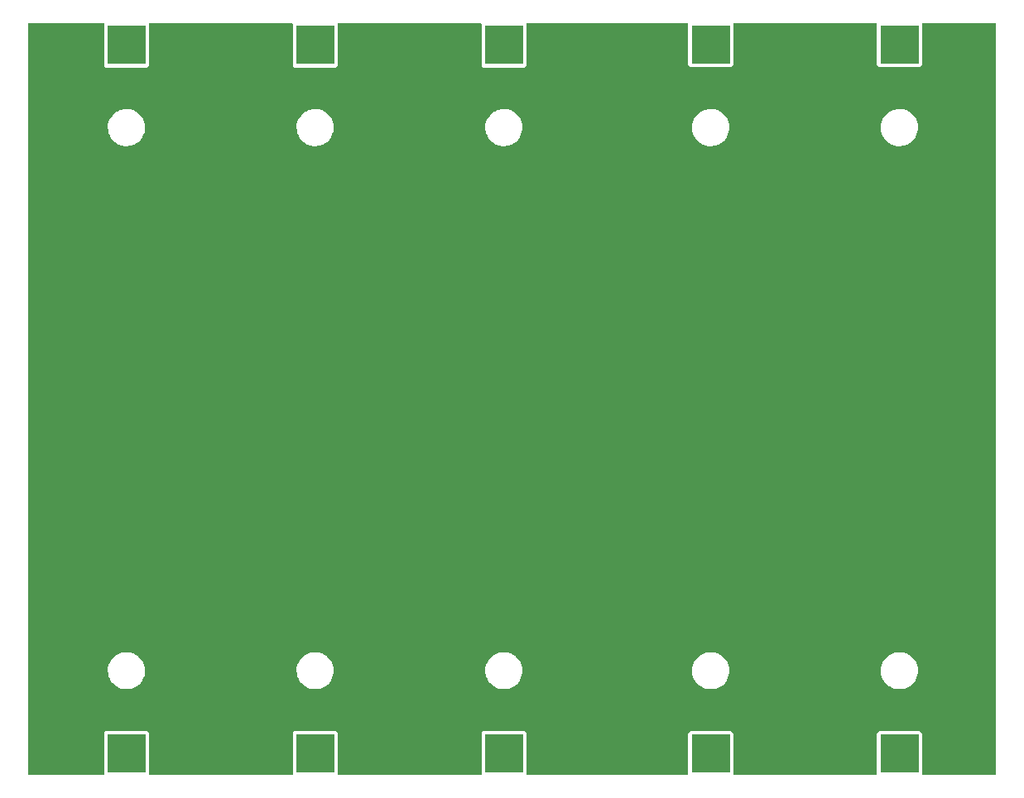
<source format=gbr>
%TF.GenerationSoftware,KiCad,Pcbnew,6.0.11+dfsg-1~bpo11+1*%
%TF.CreationDate,2023-03-28T16:47:10+00:00*%
%TF.ProjectId,UST5BATT18650V01,55535435-4241-4545-9431-383635305630,rev?*%
%TF.SameCoordinates,PX463f660PY87a6900*%
%TF.FileFunction,Copper,L1,Top*%
%TF.FilePolarity,Positive*%
%FSLAX46Y46*%
G04 Gerber Fmt 4.6, Leading zero omitted, Abs format (unit mm)*
G04 Created by KiCad (PCBNEW 6.0.11+dfsg-1~bpo11+1) date 2023-03-28 16:47:10*
%MOMM*%
%LPD*%
G01*
G04 APERTURE LIST*
%TA.AperFunction,ComponentPad*%
%ADD10R,4.000000X4.000000*%
%TD*%
%TA.AperFunction,ComponentPad*%
%ADD11C,0.600000*%
%TD*%
%TA.AperFunction,SMDPad,CuDef*%
%ADD12R,2.300000X2.300000*%
%TD*%
%TA.AperFunction,ViaPad*%
%ADD13C,0.800000*%
%TD*%
G04 APERTURE END LIST*
D10*
%TO.P,BT2,1+,+*%
%TO.N,Net-(BT2-Pad1+)*%
X10545000Y2750000D03*
%TO.P,BT2,1-,-*%
%TO.N,Net-(BT2-Pad1-)*%
X10545000Y75250000D03*
%TO.P,BT2,2+,+*%
%TO.N,Net-(BT2-Pad2+)*%
X29845000Y2750000D03*
%TO.P,BT2,2-,-*%
%TO.N,Net-(BT2-Pad2-)*%
X29845000Y75250000D03*
%TO.P,BT2,3+,+*%
%TO.N,Net-(BT2-Pad3+)*%
X49145000Y2750000D03*
%TO.P,BT2,3-,-*%
%TO.N,Net-(BT2-Pad3-)*%
X49145000Y75250000D03*
%TD*%
%TO.P,BT1,1+,+*%
%TO.N,Net-(BT1-Pad1+)*%
X70300000Y2700000D03*
%TO.P,BT1,1-,-*%
%TO.N,Net-(BT1-Pad1-)*%
X70300000Y75300000D03*
%TO.P,BT1,2+,+*%
%TO.N,Net-(BT1-Pad2+)*%
X89600000Y2700000D03*
%TO.P,BT1,2-,-*%
%TO.N,Net-(BT1-Pad2-)*%
X89600000Y75300000D03*
%TD*%
D11*
%TO.P,X1,11,PGND*%
%TO.N,GND*%
X78978000Y22655000D03*
X79478000Y23155000D03*
D12*
X78978000Y22654000D03*
D11*
X78478000Y22155000D03*
X79478000Y22155000D03*
X78478000Y23155000D03*
%TD*%
D13*
%TO.N,GND*%
X83566000Y22225000D03*
X28725090Y71628000D03*
X27305000Y70358000D03*
X85471000Y23114000D03*
X87733905Y42164000D03*
X44692455Y13716000D03*
X56919090Y13716000D03*
X73533000Y21844000D03*
X84455000Y28448000D03*
X87376000Y23114000D03*
X89858265Y71628000D03*
X34751820Y42164000D03*
X76390500Y22733000D03*
X95885005Y42164000D03*
X83947000Y17526000D03*
X16163640Y13716000D03*
X18449640Y42164000D03*
X61329450Y71628000D03*
X82613500Y22225000D03*
X78359000Y33909000D03*
X87376000Y22225000D03*
X73914000Y33020000D03*
X88328500Y23114000D03*
X51054000Y42164000D03*
X83185000Y18288000D03*
X74168000Y1143000D03*
X23495000Y2032000D03*
X74485500Y20955000D03*
X71431725Y42164000D03*
X80518000Y19812000D03*
X32465820Y13716000D03*
X74485500Y21844000D03*
X81788000Y33655000D03*
X63436500Y2032000D03*
X83693000Y27686000D03*
X20574000Y2032000D03*
X81407000Y25400000D03*
X89523450Y13716000D03*
X81661000Y23114000D03*
X76390500Y20955000D03*
X44704000Y2032000D03*
X97674550Y13716000D03*
X94869000Y52070000D03*
X83566000Y15494000D03*
X12088095Y13716000D03*
X82550000Y17526000D03*
X89281000Y22225000D03*
X82677000Y27813000D03*
X73914000Y35052000D03*
X80391000Y25400000D03*
X90233500Y22225000D03*
X75507270Y42164000D03*
X83693000Y30861000D03*
X73221270Y13716000D03*
X86423500Y22225000D03*
X97028000Y57023000D03*
X55129545Y42164000D03*
X73914000Y34036000D03*
X66802000Y2032000D03*
X82550000Y16510000D03*
X82677000Y32893000D03*
X49102815Y71628000D03*
X82169000Y26162000D03*
X8012550Y13716000D03*
X80899000Y71628000D03*
X81534000Y19812000D03*
X69145725Y13716000D03*
X73914000Y32004000D03*
X83566000Y23114000D03*
X30676275Y42164000D03*
X83566000Y16510000D03*
X94869000Y48387000D03*
X42902910Y42164000D03*
X53178360Y71628000D03*
X73533000Y22733000D03*
X84518500Y22225000D03*
X84709000Y16764000D03*
X84518500Y23114000D03*
X82931000Y26924000D03*
X40616910Y13716000D03*
X82677000Y29845000D03*
X85471000Y22225000D03*
X73787000Y29972000D03*
X98679000Y60579000D03*
X26416000Y2032000D03*
X96520000Y2032000D03*
X41846500Y2032000D03*
X53340000Y1270000D03*
X63280635Y42164000D03*
X75438000Y22733000D03*
X94166000Y13716000D03*
X93933820Y71628000D03*
X36876180Y71628000D03*
X75438000Y20955000D03*
X98679000Y57023000D03*
X88266000Y71642000D03*
X91809450Y42164000D03*
X77851000Y1143000D03*
X36541365Y13716000D03*
X83693000Y29845000D03*
X10298550Y42164000D03*
X90233500Y23114000D03*
X52843545Y13716000D03*
X59205090Y42164000D03*
X17653000Y1270000D03*
X82677000Y30861000D03*
X75438000Y21844000D03*
X73556085Y71628000D03*
X46978455Y42164000D03*
X81661000Y22225000D03*
X65070180Y13716000D03*
X20574000Y71628000D03*
X60994635Y13716000D03*
X60071000Y2032000D03*
X14374095Y42164000D03*
X82677000Y28829000D03*
X82550000Y15494000D03*
X57253905Y71628000D03*
X61976000Y69469000D03*
X85447905Y13716000D03*
X96266000Y52070000D03*
X14859000Y1270000D03*
X48768000Y13716000D03*
X36195000Y1270000D03*
X86423500Y23114000D03*
X83693000Y31877000D03*
X40513000Y71628000D03*
X32800635Y71628000D03*
X24314730Y13716000D03*
X77296815Y13716000D03*
X20239185Y13716000D03*
X33274000Y1270000D03*
X69480540Y71628000D03*
X18923000Y70358000D03*
X56642000Y1270000D03*
X96266000Y48387000D03*
X82423000Y19050000D03*
X6223005Y42164000D03*
X93218000Y2032000D03*
X80645000Y33655000D03*
X73787000Y27940000D03*
X38989000Y2032000D03*
X38827365Y42164000D03*
X22525185Y42164000D03*
X82613500Y23114000D03*
X97028000Y60579000D03*
X81372360Y13716000D03*
X26600730Y42164000D03*
X46866000Y71642000D03*
X81661000Y1143000D03*
X76390500Y21844000D03*
X89281000Y23114000D03*
X4271820Y71628000D03*
X67356180Y42164000D03*
X73533000Y20955000D03*
X28390275Y13716000D03*
X88328500Y22225000D03*
X83693000Y32893000D03*
X73787000Y28956000D03*
X85344000Y1143000D03*
X77631630Y71628000D03*
X8347365Y71628000D03*
X83693000Y28829000D03*
X82677000Y31877000D03*
X74485500Y22733000D03*
X73787000Y30988000D03*
X12422910Y71628000D03*
%TD*%
%TA.AperFunction,Conductor*%
%TO.N,GND*%
G36*
X8232886Y77480593D02*
G01*
X8268850Y77431093D01*
X8268850Y77369907D01*
X8265241Y77360470D01*
X8258245Y77344646D01*
X8247494Y77320327D01*
X8244500Y77294646D01*
X8244500Y73205354D01*
X8247618Y73179154D01*
X8293061Y73076847D01*
X8372287Y72997759D01*
X8380645Y72994064D01*
X8467864Y72955504D01*
X8467866Y72955504D01*
X8474673Y72952494D01*
X8482067Y72951632D01*
X8497378Y72949847D01*
X8500354Y72949500D01*
X12589646Y72949500D01*
X12607561Y72951632D01*
X12608469Y72951740D01*
X12608470Y72951740D01*
X12615846Y72952618D01*
X12718153Y72998061D01*
X12797241Y73077287D01*
X12810116Y73106409D01*
X12839496Y73172864D01*
X12839496Y73172866D01*
X12842506Y73179673D01*
X12845500Y73205354D01*
X12845500Y77294646D01*
X12842382Y77320846D01*
X12824852Y77360312D01*
X12818509Y77421168D01*
X12849149Y77474129D01*
X12905066Y77498967D01*
X12915328Y77499500D01*
X27474695Y77499500D01*
X27532886Y77480593D01*
X27568850Y77431093D01*
X27568850Y77369907D01*
X27565241Y77360470D01*
X27558245Y77344646D01*
X27547494Y77320327D01*
X27544500Y77294646D01*
X27544500Y73205354D01*
X27547618Y73179154D01*
X27593061Y73076847D01*
X27672287Y72997759D01*
X27680645Y72994064D01*
X27767864Y72955504D01*
X27767866Y72955504D01*
X27774673Y72952494D01*
X27782067Y72951632D01*
X27797378Y72949847D01*
X27800354Y72949500D01*
X31889646Y72949500D01*
X31907561Y72951632D01*
X31908469Y72951740D01*
X31908470Y72951740D01*
X31915846Y72952618D01*
X32018153Y72998061D01*
X32097241Y73077287D01*
X32110116Y73106409D01*
X32139496Y73172864D01*
X32139496Y73172866D01*
X32142506Y73179673D01*
X32145500Y73205354D01*
X32145500Y77294646D01*
X32142382Y77320846D01*
X32124852Y77360312D01*
X32118509Y77421168D01*
X32149149Y77474129D01*
X32205066Y77498967D01*
X32215328Y77499500D01*
X46774695Y77499500D01*
X46832886Y77480593D01*
X46868850Y77431093D01*
X46868850Y77369907D01*
X46865241Y77360470D01*
X46858245Y77344646D01*
X46847494Y77320327D01*
X46844500Y77294646D01*
X46844500Y73205354D01*
X46847618Y73179154D01*
X46893061Y73076847D01*
X46972287Y72997759D01*
X46980645Y72994064D01*
X47067864Y72955504D01*
X47067866Y72955504D01*
X47074673Y72952494D01*
X47082067Y72951632D01*
X47097378Y72949847D01*
X47100354Y72949500D01*
X51189646Y72949500D01*
X51207561Y72951632D01*
X51208469Y72951740D01*
X51208470Y72951740D01*
X51215846Y72952618D01*
X51318153Y72998061D01*
X51397241Y73077287D01*
X51410116Y73106409D01*
X51439496Y73172864D01*
X51439496Y73172866D01*
X51442506Y73179673D01*
X51445500Y73205354D01*
X51445500Y77294646D01*
X51442382Y77320846D01*
X51424852Y77360312D01*
X51418509Y77421168D01*
X51449149Y77474129D01*
X51505066Y77498967D01*
X51515328Y77499500D01*
X67909261Y77499500D01*
X67967452Y77480593D01*
X68003416Y77431093D01*
X68004752Y77375434D01*
X68002494Y77370327D01*
X68001632Y77362931D01*
X68001631Y77362928D01*
X68001326Y77360312D01*
X67999500Y77344646D01*
X67999500Y73255354D01*
X68002618Y73229154D01*
X68048061Y73126847D01*
X68127287Y73047759D01*
X68135645Y73044064D01*
X68222864Y73005504D01*
X68222866Y73005504D01*
X68229673Y73002494D01*
X68237067Y73001632D01*
X68252378Y72999847D01*
X68255354Y72999500D01*
X72344646Y72999500D01*
X72362561Y73001632D01*
X72363469Y73001740D01*
X72363470Y73001740D01*
X72370846Y73002618D01*
X72473153Y73048061D01*
X72552241Y73127287D01*
X72572391Y73172864D01*
X72594496Y73222864D01*
X72594496Y73222866D01*
X72597506Y73229673D01*
X72600500Y73255354D01*
X72600500Y77344646D01*
X72597382Y77370846D01*
X72595347Y77375428D01*
X72598102Y77435383D01*
X72636301Y77483180D01*
X72690753Y77499500D01*
X87209261Y77499500D01*
X87267452Y77480593D01*
X87303416Y77431093D01*
X87304752Y77375434D01*
X87302494Y77370327D01*
X87301632Y77362931D01*
X87301631Y77362928D01*
X87301326Y77360312D01*
X87299500Y77344646D01*
X87299500Y73255354D01*
X87302618Y73229154D01*
X87348061Y73126847D01*
X87427287Y73047759D01*
X87435645Y73044064D01*
X87522864Y73005504D01*
X87522866Y73005504D01*
X87529673Y73002494D01*
X87537067Y73001632D01*
X87552378Y72999847D01*
X87555354Y72999500D01*
X91644646Y72999500D01*
X91662561Y73001632D01*
X91663469Y73001740D01*
X91663470Y73001740D01*
X91670846Y73002618D01*
X91773153Y73048061D01*
X91852241Y73127287D01*
X91872391Y73172864D01*
X91894496Y73222864D01*
X91894496Y73222866D01*
X91897506Y73229673D01*
X91900500Y73255354D01*
X91900500Y77344646D01*
X91897382Y77370846D01*
X91895347Y77375428D01*
X91898102Y77435383D01*
X91936301Y77483180D01*
X91990753Y77499500D01*
X99400500Y77499500D01*
X99458691Y77480593D01*
X99494655Y77431093D01*
X99499500Y77400500D01*
X99499500Y599500D01*
X99480593Y541309D01*
X99431093Y505345D01*
X99400500Y500500D01*
X91990739Y500500D01*
X91932548Y519407D01*
X91896584Y568907D01*
X91895248Y624566D01*
X91897506Y629673D01*
X91898656Y639530D01*
X91900168Y652506D01*
X91900168Y652507D01*
X91900500Y655354D01*
X91900500Y4744646D01*
X91897382Y4770846D01*
X91851939Y4873153D01*
X91772713Y4952241D01*
X91743591Y4965116D01*
X91677136Y4994496D01*
X91677134Y4994496D01*
X91670327Y4997506D01*
X91656322Y4999139D01*
X91647494Y5000168D01*
X91647493Y5000168D01*
X91644646Y5000500D01*
X87555354Y5000500D01*
X87538951Y4998548D01*
X87536531Y4998260D01*
X87536530Y4998260D01*
X87529154Y4997382D01*
X87426847Y4951939D01*
X87347759Y4872713D01*
X87344064Y4864355D01*
X87314505Y4797494D01*
X87302494Y4770327D01*
X87299500Y4744646D01*
X87299500Y655354D01*
X87302618Y629154D01*
X87304653Y624572D01*
X87301898Y564617D01*
X87263699Y516820D01*
X87209247Y500500D01*
X72690739Y500500D01*
X72632548Y519407D01*
X72596584Y568907D01*
X72595248Y624566D01*
X72597506Y629673D01*
X72598656Y639530D01*
X72600168Y652506D01*
X72600168Y652507D01*
X72600500Y655354D01*
X72600500Y4744646D01*
X72597382Y4770846D01*
X72551939Y4873153D01*
X72472713Y4952241D01*
X72443591Y4965116D01*
X72377136Y4994496D01*
X72377134Y4994496D01*
X72370327Y4997506D01*
X72356322Y4999139D01*
X72347494Y5000168D01*
X72347493Y5000168D01*
X72344646Y5000500D01*
X68255354Y5000500D01*
X68238951Y4998548D01*
X68236531Y4998260D01*
X68236530Y4998260D01*
X68229154Y4997382D01*
X68126847Y4951939D01*
X68047759Y4872713D01*
X68044064Y4864355D01*
X68014505Y4797494D01*
X68002494Y4770327D01*
X67999500Y4744646D01*
X67999500Y655354D01*
X68002618Y629154D01*
X68004653Y624572D01*
X68001898Y564617D01*
X67963699Y516820D01*
X67909247Y500500D01*
X51515305Y500500D01*
X51457114Y519407D01*
X51421150Y568907D01*
X51421150Y630093D01*
X51424759Y639530D01*
X51439496Y672864D01*
X51439496Y672866D01*
X51442506Y679673D01*
X51445500Y705354D01*
X51445500Y4794646D01*
X51442382Y4820846D01*
X51396939Y4923153D01*
X51317713Y5002241D01*
X51288591Y5015116D01*
X51222136Y5044496D01*
X51222134Y5044496D01*
X51215327Y5047506D01*
X51201322Y5049139D01*
X51192494Y5050168D01*
X51192493Y5050168D01*
X51189646Y5050500D01*
X47100354Y5050500D01*
X47083951Y5048548D01*
X47081531Y5048260D01*
X47081530Y5048260D01*
X47074154Y5047382D01*
X46971847Y5001939D01*
X46892759Y4922713D01*
X46889064Y4914355D01*
X46873513Y4879179D01*
X46847494Y4820327D01*
X46844500Y4794646D01*
X46844500Y705354D01*
X46847618Y679154D01*
X46850634Y672365D01*
X46865148Y639688D01*
X46871491Y578832D01*
X46840851Y525871D01*
X46784934Y501033D01*
X46774672Y500500D01*
X32215305Y500500D01*
X32157114Y519407D01*
X32121150Y568907D01*
X32121150Y630093D01*
X32124759Y639530D01*
X32139496Y672864D01*
X32139496Y672866D01*
X32142506Y679673D01*
X32145500Y705354D01*
X32145500Y4794646D01*
X32142382Y4820846D01*
X32096939Y4923153D01*
X32017713Y5002241D01*
X31988591Y5015116D01*
X31922136Y5044496D01*
X31922134Y5044496D01*
X31915327Y5047506D01*
X31901322Y5049139D01*
X31892494Y5050168D01*
X31892493Y5050168D01*
X31889646Y5050500D01*
X27800354Y5050500D01*
X27783951Y5048548D01*
X27781531Y5048260D01*
X27781530Y5048260D01*
X27774154Y5047382D01*
X27671847Y5001939D01*
X27592759Y4922713D01*
X27589064Y4914355D01*
X27573513Y4879179D01*
X27547494Y4820327D01*
X27544500Y4794646D01*
X27544500Y705354D01*
X27547618Y679154D01*
X27550634Y672365D01*
X27565148Y639688D01*
X27571491Y578832D01*
X27540851Y525871D01*
X27484934Y501033D01*
X27474672Y500500D01*
X12915305Y500500D01*
X12857114Y519407D01*
X12821150Y568907D01*
X12821150Y630093D01*
X12824759Y639530D01*
X12839496Y672864D01*
X12839496Y672866D01*
X12842506Y679673D01*
X12845500Y705354D01*
X12845500Y4794646D01*
X12842382Y4820846D01*
X12796939Y4923153D01*
X12717713Y5002241D01*
X12688591Y5015116D01*
X12622136Y5044496D01*
X12622134Y5044496D01*
X12615327Y5047506D01*
X12601322Y5049139D01*
X12592494Y5050168D01*
X12592493Y5050168D01*
X12589646Y5050500D01*
X8500354Y5050500D01*
X8483951Y5048548D01*
X8481531Y5048260D01*
X8481530Y5048260D01*
X8474154Y5047382D01*
X8371847Y5001939D01*
X8292759Y4922713D01*
X8289064Y4914355D01*
X8273513Y4879179D01*
X8247494Y4820327D01*
X8244500Y4794646D01*
X8244500Y705354D01*
X8247618Y679154D01*
X8250634Y672365D01*
X8265148Y639688D01*
X8271491Y578832D01*
X8240851Y525871D01*
X8184934Y501033D01*
X8174672Y500500D01*
X599500Y500500D01*
X541309Y519407D01*
X505345Y568907D01*
X500500Y599500D01*
X500500Y11151767D01*
X8639906Y11151767D01*
X8640246Y11148205D01*
X8640246Y11148198D01*
X8658751Y10954252D01*
X8666102Y10877208D01*
X8731657Y10609306D01*
X8835199Y10353674D01*
X8837010Y10350581D01*
X8837011Y10350579D01*
X8839939Y10345579D01*
X8974558Y10115665D01*
X9146816Y9900268D01*
X9348364Y9711992D01*
X9574979Y9554784D01*
X9578184Y9553189D01*
X9578190Y9553186D01*
X9818699Y9433534D01*
X9818704Y9433532D01*
X9821914Y9431935D01*
X9825325Y9430817D01*
X9825327Y9430816D01*
X10080593Y9347136D01*
X10080596Y9347135D01*
X10083998Y9346020D01*
X10355738Y9298838D01*
X10406160Y9296328D01*
X10441644Y9294561D01*
X10441657Y9294561D01*
X10442876Y9294500D01*
X10615070Y9294500D01*
X10820083Y9309375D01*
X10850490Y9316088D01*
X11085904Y9368063D01*
X11085910Y9368065D01*
X11089403Y9368836D01*
X11092752Y9370105D01*
X11092756Y9370106D01*
X11239800Y9425816D01*
X11347319Y9466551D01*
X11576283Y9593729D01*
X11585285Y9598729D01*
X11585287Y9598730D01*
X11588428Y9600475D01*
X11807678Y9767802D01*
X12000477Y9965026D01*
X12104445Y10107862D01*
X12160682Y10185124D01*
X12162787Y10188016D01*
X12291206Y10432101D01*
X12383045Y10692168D01*
X12436380Y10962768D01*
X12445789Y11151767D01*
X27939906Y11151767D01*
X27940246Y11148205D01*
X27940246Y11148198D01*
X27958751Y10954252D01*
X27966102Y10877208D01*
X28031657Y10609306D01*
X28135199Y10353674D01*
X28137010Y10350581D01*
X28137011Y10350579D01*
X28139939Y10345579D01*
X28274558Y10115665D01*
X28446816Y9900268D01*
X28648364Y9711992D01*
X28874979Y9554784D01*
X28878184Y9553189D01*
X28878190Y9553186D01*
X29118699Y9433534D01*
X29118704Y9433532D01*
X29121914Y9431935D01*
X29125325Y9430817D01*
X29125327Y9430816D01*
X29380593Y9347136D01*
X29380596Y9347135D01*
X29383998Y9346020D01*
X29655738Y9298838D01*
X29706160Y9296328D01*
X29741644Y9294561D01*
X29741657Y9294561D01*
X29742876Y9294500D01*
X29915070Y9294500D01*
X30120083Y9309375D01*
X30150490Y9316088D01*
X30385904Y9368063D01*
X30385910Y9368065D01*
X30389403Y9368836D01*
X30392752Y9370105D01*
X30392756Y9370106D01*
X30539800Y9425816D01*
X30647319Y9466551D01*
X30876283Y9593729D01*
X30885285Y9598729D01*
X30885287Y9598730D01*
X30888428Y9600475D01*
X31107678Y9767802D01*
X31300477Y9965026D01*
X31404445Y10107862D01*
X31460682Y10185124D01*
X31462787Y10188016D01*
X31591206Y10432101D01*
X31683045Y10692168D01*
X31736380Y10962768D01*
X31745789Y11151767D01*
X47239906Y11151767D01*
X47240246Y11148205D01*
X47240246Y11148198D01*
X47258751Y10954252D01*
X47266102Y10877208D01*
X47331657Y10609306D01*
X47435199Y10353674D01*
X47437010Y10350581D01*
X47437011Y10350579D01*
X47439939Y10345579D01*
X47574558Y10115665D01*
X47746816Y9900268D01*
X47948364Y9711992D01*
X48174979Y9554784D01*
X48178184Y9553189D01*
X48178190Y9553186D01*
X48418699Y9433534D01*
X48418704Y9433532D01*
X48421914Y9431935D01*
X48425325Y9430817D01*
X48425327Y9430816D01*
X48680593Y9347136D01*
X48680596Y9347135D01*
X48683998Y9346020D01*
X48955738Y9298838D01*
X49006160Y9296328D01*
X49041644Y9294561D01*
X49041657Y9294561D01*
X49042876Y9294500D01*
X49215070Y9294500D01*
X49420083Y9309375D01*
X49450490Y9316088D01*
X49685904Y9368063D01*
X49685910Y9368065D01*
X49689403Y9368836D01*
X49692752Y9370105D01*
X49692756Y9370106D01*
X49839800Y9425816D01*
X49947319Y9466551D01*
X50176283Y9593729D01*
X50185285Y9598729D01*
X50185287Y9598730D01*
X50188428Y9600475D01*
X50407678Y9767802D01*
X50600477Y9965026D01*
X50704445Y10107862D01*
X50760682Y10185124D01*
X50762787Y10188016D01*
X50891206Y10432101D01*
X50983045Y10692168D01*
X51036380Y10962768D01*
X51045540Y11146767D01*
X68394906Y11146767D01*
X68395246Y11143205D01*
X68395246Y11143198D01*
X68413274Y10954252D01*
X68421102Y10872208D01*
X68486657Y10604306D01*
X68590199Y10348674D01*
X68729558Y10110665D01*
X68901816Y9895268D01*
X68904439Y9892818D01*
X69100201Y9709947D01*
X69103364Y9706992D01*
X69106312Y9704947D01*
X69322772Y9554784D01*
X69329979Y9549784D01*
X69333184Y9548189D01*
X69333190Y9548186D01*
X69573699Y9428534D01*
X69573704Y9428532D01*
X69576914Y9426935D01*
X69580325Y9425817D01*
X69580327Y9425816D01*
X69835593Y9342136D01*
X69835596Y9342135D01*
X69838998Y9341020D01*
X70110738Y9293838D01*
X70161160Y9291328D01*
X70196644Y9289561D01*
X70196657Y9289561D01*
X70197876Y9289500D01*
X70370070Y9289500D01*
X70575083Y9304375D01*
X70605490Y9311088D01*
X70840904Y9363063D01*
X70840910Y9363065D01*
X70844403Y9363836D01*
X70847752Y9365105D01*
X70847756Y9365106D01*
X71010951Y9426935D01*
X71102319Y9461551D01*
X71343428Y9595475D01*
X71352838Y9602656D01*
X71486870Y9704947D01*
X71562678Y9762802D01*
X71755477Y9960026D01*
X71759117Y9965026D01*
X71915682Y10180124D01*
X71917787Y10183016D01*
X71922084Y10191182D01*
X72044536Y10423927D01*
X72046206Y10427101D01*
X72138045Y10687168D01*
X72139031Y10692168D01*
X72190687Y10954252D01*
X72191380Y10957768D01*
X72200789Y11146767D01*
X87694906Y11146767D01*
X87695246Y11143205D01*
X87695246Y11143198D01*
X87713274Y10954252D01*
X87721102Y10872208D01*
X87786657Y10604306D01*
X87890199Y10348674D01*
X88029558Y10110665D01*
X88201816Y9895268D01*
X88204439Y9892818D01*
X88400201Y9709947D01*
X88403364Y9706992D01*
X88406312Y9704947D01*
X88622772Y9554784D01*
X88629979Y9549784D01*
X88633184Y9548189D01*
X88633190Y9548186D01*
X88873699Y9428534D01*
X88873704Y9428532D01*
X88876914Y9426935D01*
X88880325Y9425817D01*
X88880327Y9425816D01*
X89135593Y9342136D01*
X89135596Y9342135D01*
X89138998Y9341020D01*
X89410738Y9293838D01*
X89461160Y9291328D01*
X89496644Y9289561D01*
X89496657Y9289561D01*
X89497876Y9289500D01*
X89670070Y9289500D01*
X89875083Y9304375D01*
X89905490Y9311088D01*
X90140904Y9363063D01*
X90140910Y9363065D01*
X90144403Y9363836D01*
X90147752Y9365105D01*
X90147756Y9365106D01*
X90310951Y9426935D01*
X90402319Y9461551D01*
X90643428Y9595475D01*
X90652838Y9602656D01*
X90786870Y9704947D01*
X90862678Y9762802D01*
X91055477Y9960026D01*
X91059117Y9965026D01*
X91215682Y10180124D01*
X91217787Y10183016D01*
X91222084Y10191182D01*
X91344536Y10423927D01*
X91346206Y10427101D01*
X91438045Y10687168D01*
X91439031Y10692168D01*
X91490687Y10954252D01*
X91491380Y10957768D01*
X91505094Y11233233D01*
X91504754Y11236795D01*
X91504754Y11236802D01*
X91479239Y11504221D01*
X91479238Y11504225D01*
X91478898Y11507792D01*
X91413343Y11775694D01*
X91309801Y12031326D01*
X91306874Y12036326D01*
X91172253Y12266242D01*
X91170442Y12269335D01*
X90998184Y12484732D01*
X90796636Y12673008D01*
X90570021Y12830216D01*
X90566816Y12831811D01*
X90566810Y12831814D01*
X90326301Y12951466D01*
X90326296Y12951468D01*
X90323086Y12953065D01*
X90319675Y12954183D01*
X90319673Y12954184D01*
X90064407Y13037864D01*
X90064404Y13037865D01*
X90061002Y13038980D01*
X89789262Y13086162D01*
X89738840Y13088672D01*
X89703356Y13090439D01*
X89703343Y13090439D01*
X89702124Y13090500D01*
X89529930Y13090500D01*
X89324917Y13075625D01*
X89321406Y13074850D01*
X89321407Y13074850D01*
X89059096Y13016937D01*
X89059090Y13016935D01*
X89055597Y13016164D01*
X89052248Y13014895D01*
X89052244Y13014894D01*
X88948185Y12975470D01*
X88797681Y12918449D01*
X88650710Y12836814D01*
X88565574Y12789525D01*
X88556572Y12784525D01*
X88337322Y12617198D01*
X88144523Y12419974D01*
X88142414Y12417077D01*
X88142411Y12417073D01*
X87987957Y12204876D01*
X87982213Y12196984D01*
X87853794Y11952899D01*
X87761955Y11692832D01*
X87708620Y11422232D01*
X87694906Y11146767D01*
X72200789Y11146767D01*
X72205094Y11233233D01*
X72204754Y11236795D01*
X72204754Y11236802D01*
X72179239Y11504221D01*
X72179238Y11504225D01*
X72178898Y11507792D01*
X72113343Y11775694D01*
X72009801Y12031326D01*
X72006874Y12036326D01*
X71872253Y12266242D01*
X71870442Y12269335D01*
X71698184Y12484732D01*
X71496636Y12673008D01*
X71270021Y12830216D01*
X71266816Y12831811D01*
X71266810Y12831814D01*
X71026301Y12951466D01*
X71026296Y12951468D01*
X71023086Y12953065D01*
X71019675Y12954183D01*
X71019673Y12954184D01*
X70764407Y13037864D01*
X70764404Y13037865D01*
X70761002Y13038980D01*
X70489262Y13086162D01*
X70438840Y13088672D01*
X70403356Y13090439D01*
X70403343Y13090439D01*
X70402124Y13090500D01*
X70229930Y13090500D01*
X70024917Y13075625D01*
X70021406Y13074850D01*
X70021407Y13074850D01*
X69759096Y13016937D01*
X69759090Y13016935D01*
X69755597Y13016164D01*
X69752248Y13014895D01*
X69752244Y13014894D01*
X69648185Y12975470D01*
X69497681Y12918449D01*
X69350710Y12836814D01*
X69265574Y12789525D01*
X69256572Y12784525D01*
X69037322Y12617198D01*
X68844523Y12419974D01*
X68842414Y12417077D01*
X68842411Y12417073D01*
X68687957Y12204876D01*
X68682213Y12196984D01*
X68553794Y11952899D01*
X68461955Y11692832D01*
X68408620Y11422232D01*
X68394906Y11146767D01*
X51045540Y11146767D01*
X51050094Y11238233D01*
X51049754Y11241795D01*
X51049754Y11241802D01*
X51024239Y11509221D01*
X51024238Y11509225D01*
X51023898Y11512792D01*
X50958343Y11780694D01*
X50854801Y12036326D01*
X50715442Y12274335D01*
X50543184Y12489732D01*
X50349611Y12670558D01*
X50344259Y12675558D01*
X50344257Y12675560D01*
X50341636Y12678008D01*
X50125173Y12828173D01*
X50117966Y12833173D01*
X50115021Y12835216D01*
X50111816Y12836811D01*
X50111810Y12836814D01*
X49871301Y12956466D01*
X49871296Y12956468D01*
X49868086Y12958065D01*
X49864675Y12959183D01*
X49864673Y12959184D01*
X49609407Y13042864D01*
X49609404Y13042865D01*
X49606002Y13043980D01*
X49334262Y13091162D01*
X49283840Y13093672D01*
X49248356Y13095439D01*
X49248343Y13095439D01*
X49247124Y13095500D01*
X49074930Y13095500D01*
X48869917Y13080625D01*
X48866406Y13079850D01*
X48866407Y13079850D01*
X48604096Y13021937D01*
X48604090Y13021935D01*
X48600597Y13021164D01*
X48597248Y13019895D01*
X48597244Y13019894D01*
X48493185Y12980470D01*
X48342681Y12923449D01*
X48101572Y12789525D01*
X48098716Y12787345D01*
X48098714Y12787344D01*
X48030085Y12734968D01*
X47882322Y12622198D01*
X47689523Y12424974D01*
X47687414Y12422077D01*
X47687411Y12422073D01*
X47576236Y12269335D01*
X47527213Y12201984D01*
X47525549Y12198821D01*
X47525547Y12198818D01*
X47441685Y12039421D01*
X47398794Y11957899D01*
X47306955Y11697832D01*
X47306261Y11694311D01*
X47305276Y11689311D01*
X47253620Y11427232D01*
X47239906Y11151767D01*
X31745789Y11151767D01*
X31750094Y11238233D01*
X31749754Y11241795D01*
X31749754Y11241802D01*
X31724239Y11509221D01*
X31724238Y11509225D01*
X31723898Y11512792D01*
X31658343Y11780694D01*
X31554801Y12036326D01*
X31415442Y12274335D01*
X31243184Y12489732D01*
X31049611Y12670558D01*
X31044259Y12675558D01*
X31044257Y12675560D01*
X31041636Y12678008D01*
X30825173Y12828173D01*
X30817966Y12833173D01*
X30815021Y12835216D01*
X30811816Y12836811D01*
X30811810Y12836814D01*
X30571301Y12956466D01*
X30571296Y12956468D01*
X30568086Y12958065D01*
X30564675Y12959183D01*
X30564673Y12959184D01*
X30309407Y13042864D01*
X30309404Y13042865D01*
X30306002Y13043980D01*
X30034262Y13091162D01*
X29983840Y13093672D01*
X29948356Y13095439D01*
X29948343Y13095439D01*
X29947124Y13095500D01*
X29774930Y13095500D01*
X29569917Y13080625D01*
X29566406Y13079850D01*
X29566407Y13079850D01*
X29304096Y13021937D01*
X29304090Y13021935D01*
X29300597Y13021164D01*
X29297248Y13019895D01*
X29297244Y13019894D01*
X29193185Y12980470D01*
X29042681Y12923449D01*
X28801572Y12789525D01*
X28798716Y12787345D01*
X28798714Y12787344D01*
X28730085Y12734968D01*
X28582322Y12622198D01*
X28389523Y12424974D01*
X28387414Y12422077D01*
X28387411Y12422073D01*
X28276236Y12269335D01*
X28227213Y12201984D01*
X28225549Y12198821D01*
X28225547Y12198818D01*
X28141685Y12039421D01*
X28098794Y11957899D01*
X28006955Y11697832D01*
X28006261Y11694311D01*
X28005276Y11689311D01*
X27953620Y11427232D01*
X27939906Y11151767D01*
X12445789Y11151767D01*
X12450094Y11238233D01*
X12449754Y11241795D01*
X12449754Y11241802D01*
X12424239Y11509221D01*
X12424238Y11509225D01*
X12423898Y11512792D01*
X12358343Y11780694D01*
X12254801Y12036326D01*
X12115442Y12274335D01*
X11943184Y12489732D01*
X11749611Y12670558D01*
X11744259Y12675558D01*
X11744257Y12675560D01*
X11741636Y12678008D01*
X11525173Y12828173D01*
X11517966Y12833173D01*
X11515021Y12835216D01*
X11511816Y12836811D01*
X11511810Y12836814D01*
X11271301Y12956466D01*
X11271296Y12956468D01*
X11268086Y12958065D01*
X11264675Y12959183D01*
X11264673Y12959184D01*
X11009407Y13042864D01*
X11009404Y13042865D01*
X11006002Y13043980D01*
X10734262Y13091162D01*
X10683840Y13093672D01*
X10648356Y13095439D01*
X10648343Y13095439D01*
X10647124Y13095500D01*
X10474930Y13095500D01*
X10269917Y13080625D01*
X10266406Y13079850D01*
X10266407Y13079850D01*
X10004096Y13021937D01*
X10004090Y13021935D01*
X10000597Y13021164D01*
X9997248Y13019895D01*
X9997244Y13019894D01*
X9893185Y12980470D01*
X9742681Y12923449D01*
X9501572Y12789525D01*
X9498716Y12787345D01*
X9498714Y12787344D01*
X9430085Y12734968D01*
X9282322Y12622198D01*
X9089523Y12424974D01*
X9087414Y12422077D01*
X9087411Y12422073D01*
X8976236Y12269335D01*
X8927213Y12201984D01*
X8925549Y12198821D01*
X8925547Y12198818D01*
X8841685Y12039421D01*
X8798794Y11957899D01*
X8706955Y11697832D01*
X8706261Y11694311D01*
X8705276Y11689311D01*
X8653620Y11427232D01*
X8639906Y11151767D01*
X500500Y11151767D01*
X500500Y66761767D01*
X8639906Y66761767D01*
X8640246Y66758205D01*
X8640246Y66758198D01*
X8658274Y66569252D01*
X8666102Y66487208D01*
X8731657Y66219306D01*
X8835199Y65963674D01*
X8974558Y65725665D01*
X9146816Y65510268D01*
X9149439Y65507818D01*
X9345201Y65324947D01*
X9348364Y65321992D01*
X9351312Y65319947D01*
X9567772Y65169784D01*
X9574979Y65164784D01*
X9578184Y65163189D01*
X9578190Y65163186D01*
X9818699Y65043534D01*
X9818704Y65043532D01*
X9821914Y65041935D01*
X9825325Y65040817D01*
X9825327Y65040816D01*
X10080593Y64957136D01*
X10080596Y64957135D01*
X10083998Y64956020D01*
X10355738Y64908838D01*
X10406160Y64906328D01*
X10441644Y64904561D01*
X10441657Y64904561D01*
X10442876Y64904500D01*
X10615070Y64904500D01*
X10820083Y64919375D01*
X10850490Y64926088D01*
X11085904Y64978063D01*
X11085910Y64978065D01*
X11089403Y64978836D01*
X11092752Y64980105D01*
X11092756Y64980106D01*
X11255951Y65041935D01*
X11347319Y65076551D01*
X11588428Y65210475D01*
X11597838Y65217656D01*
X11731870Y65319947D01*
X11807678Y65377802D01*
X12000477Y65575026D01*
X12004117Y65580026D01*
X12160682Y65795124D01*
X12162787Y65798016D01*
X12167084Y65806182D01*
X12289536Y66038927D01*
X12291206Y66042101D01*
X12383045Y66302168D01*
X12384031Y66307168D01*
X12435687Y66569252D01*
X12436380Y66572768D01*
X12445789Y66761767D01*
X27939906Y66761767D01*
X27940246Y66758205D01*
X27940246Y66758198D01*
X27958274Y66569252D01*
X27966102Y66487208D01*
X28031657Y66219306D01*
X28135199Y65963674D01*
X28274558Y65725665D01*
X28446816Y65510268D01*
X28449439Y65507818D01*
X28645201Y65324947D01*
X28648364Y65321992D01*
X28651312Y65319947D01*
X28867772Y65169784D01*
X28874979Y65164784D01*
X28878184Y65163189D01*
X28878190Y65163186D01*
X29118699Y65043534D01*
X29118704Y65043532D01*
X29121914Y65041935D01*
X29125325Y65040817D01*
X29125327Y65040816D01*
X29380593Y64957136D01*
X29380596Y64957135D01*
X29383998Y64956020D01*
X29655738Y64908838D01*
X29706160Y64906328D01*
X29741644Y64904561D01*
X29741657Y64904561D01*
X29742876Y64904500D01*
X29915070Y64904500D01*
X30120083Y64919375D01*
X30150490Y64926088D01*
X30385904Y64978063D01*
X30385910Y64978065D01*
X30389403Y64978836D01*
X30392752Y64980105D01*
X30392756Y64980106D01*
X30555951Y65041935D01*
X30647319Y65076551D01*
X30888428Y65210475D01*
X30897838Y65217656D01*
X31031870Y65319947D01*
X31107678Y65377802D01*
X31300477Y65575026D01*
X31304117Y65580026D01*
X31460682Y65795124D01*
X31462787Y65798016D01*
X31467084Y65806182D01*
X31589536Y66038927D01*
X31591206Y66042101D01*
X31683045Y66302168D01*
X31684031Y66307168D01*
X31735687Y66569252D01*
X31736380Y66572768D01*
X31745789Y66761767D01*
X47239906Y66761767D01*
X47240246Y66758205D01*
X47240246Y66758198D01*
X47258274Y66569252D01*
X47266102Y66487208D01*
X47331657Y66219306D01*
X47435199Y65963674D01*
X47574558Y65725665D01*
X47746816Y65510268D01*
X47749439Y65507818D01*
X47945201Y65324947D01*
X47948364Y65321992D01*
X47951312Y65319947D01*
X48167772Y65169784D01*
X48174979Y65164784D01*
X48178184Y65163189D01*
X48178190Y65163186D01*
X48418699Y65043534D01*
X48418704Y65043532D01*
X48421914Y65041935D01*
X48425325Y65040817D01*
X48425327Y65040816D01*
X48680593Y64957136D01*
X48680596Y64957135D01*
X48683998Y64956020D01*
X48955738Y64908838D01*
X49006160Y64906328D01*
X49041644Y64904561D01*
X49041657Y64904561D01*
X49042876Y64904500D01*
X49215070Y64904500D01*
X49420083Y64919375D01*
X49450490Y64926088D01*
X49685904Y64978063D01*
X49685910Y64978065D01*
X49689403Y64978836D01*
X49692752Y64980105D01*
X49692756Y64980106D01*
X49855951Y65041935D01*
X49947319Y65076551D01*
X50188428Y65210475D01*
X50197838Y65217656D01*
X50331870Y65319947D01*
X50407678Y65377802D01*
X50600477Y65575026D01*
X50604117Y65580026D01*
X50760682Y65795124D01*
X50762787Y65798016D01*
X50767084Y65806182D01*
X50889536Y66038927D01*
X50891206Y66042101D01*
X50983045Y66302168D01*
X50984031Y66307168D01*
X51035687Y66569252D01*
X51036380Y66572768D01*
X51046038Y66766767D01*
X68394906Y66766767D01*
X68395246Y66763205D01*
X68395246Y66763198D01*
X68413751Y66569252D01*
X68421102Y66492208D01*
X68486657Y66224306D01*
X68590199Y65968674D01*
X68592010Y65965581D01*
X68592011Y65965579D01*
X68594939Y65960579D01*
X68729558Y65730665D01*
X68901816Y65515268D01*
X69103364Y65326992D01*
X69329979Y65169784D01*
X69333184Y65168189D01*
X69333190Y65168186D01*
X69573699Y65048534D01*
X69573704Y65048532D01*
X69576914Y65046935D01*
X69580325Y65045817D01*
X69580327Y65045816D01*
X69835593Y64962136D01*
X69835596Y64962135D01*
X69838998Y64961020D01*
X70110738Y64913838D01*
X70161160Y64911328D01*
X70196644Y64909561D01*
X70196657Y64909561D01*
X70197876Y64909500D01*
X70370070Y64909500D01*
X70575083Y64924375D01*
X70605490Y64931088D01*
X70840904Y64983063D01*
X70840910Y64983065D01*
X70844403Y64983836D01*
X70847752Y64985105D01*
X70847756Y64985106D01*
X70994800Y65040816D01*
X71102319Y65081551D01*
X71331283Y65208729D01*
X71340285Y65213729D01*
X71340287Y65213730D01*
X71343428Y65215475D01*
X71562678Y65382802D01*
X71755477Y65580026D01*
X71859445Y65722862D01*
X71915682Y65800124D01*
X71917787Y65803016D01*
X72046206Y66047101D01*
X72138045Y66307168D01*
X72191380Y66577768D01*
X72200789Y66766767D01*
X87694906Y66766767D01*
X87695246Y66763205D01*
X87695246Y66763198D01*
X87713751Y66569252D01*
X87721102Y66492208D01*
X87786657Y66224306D01*
X87890199Y65968674D01*
X87892010Y65965581D01*
X87892011Y65965579D01*
X87894939Y65960579D01*
X88029558Y65730665D01*
X88201816Y65515268D01*
X88403364Y65326992D01*
X88629979Y65169784D01*
X88633184Y65168189D01*
X88633190Y65168186D01*
X88873699Y65048534D01*
X88873704Y65048532D01*
X88876914Y65046935D01*
X88880325Y65045817D01*
X88880327Y65045816D01*
X89135593Y64962136D01*
X89135596Y64962135D01*
X89138998Y64961020D01*
X89410738Y64913838D01*
X89461160Y64911328D01*
X89496644Y64909561D01*
X89496657Y64909561D01*
X89497876Y64909500D01*
X89670070Y64909500D01*
X89875083Y64924375D01*
X89905490Y64931088D01*
X90140904Y64983063D01*
X90140910Y64983065D01*
X90144403Y64983836D01*
X90147752Y64985105D01*
X90147756Y64985106D01*
X90294800Y65040816D01*
X90402319Y65081551D01*
X90631283Y65208729D01*
X90640285Y65213729D01*
X90640287Y65213730D01*
X90643428Y65215475D01*
X90862678Y65382802D01*
X91055477Y65580026D01*
X91159445Y65722862D01*
X91215682Y65800124D01*
X91217787Y65803016D01*
X91346206Y66047101D01*
X91438045Y66307168D01*
X91491380Y66577768D01*
X91505094Y66853233D01*
X91504754Y66856795D01*
X91504754Y66856802D01*
X91479239Y67124221D01*
X91479238Y67124225D01*
X91478898Y67127792D01*
X91413343Y67395694D01*
X91309801Y67651326D01*
X91170442Y67889335D01*
X90998184Y68104732D01*
X90804611Y68285558D01*
X90799259Y68290558D01*
X90799257Y68290560D01*
X90796636Y68293008D01*
X90580173Y68443173D01*
X90572966Y68448173D01*
X90570021Y68450216D01*
X90566816Y68451811D01*
X90566810Y68451814D01*
X90326301Y68571466D01*
X90326296Y68571468D01*
X90323086Y68573065D01*
X90319675Y68574183D01*
X90319673Y68574184D01*
X90064407Y68657864D01*
X90064404Y68657865D01*
X90061002Y68658980D01*
X89789262Y68706162D01*
X89738840Y68708672D01*
X89703356Y68710439D01*
X89703343Y68710439D01*
X89702124Y68710500D01*
X89529930Y68710500D01*
X89324917Y68695625D01*
X89321406Y68694850D01*
X89321407Y68694850D01*
X89059096Y68636937D01*
X89059090Y68636935D01*
X89055597Y68636164D01*
X89052248Y68634895D01*
X89052244Y68634894D01*
X88948185Y68595470D01*
X88797681Y68538449D01*
X88556572Y68404525D01*
X88553716Y68402345D01*
X88553714Y68402344D01*
X88485085Y68349968D01*
X88337322Y68237198D01*
X88144523Y68039974D01*
X88142414Y68037077D01*
X88142411Y68037073D01*
X88031236Y67884335D01*
X87982213Y67816984D01*
X87980549Y67813821D01*
X87980547Y67813818D01*
X87896685Y67654421D01*
X87853794Y67572899D01*
X87761955Y67312832D01*
X87761261Y67309311D01*
X87760276Y67304311D01*
X87708620Y67042232D01*
X87694906Y66766767D01*
X72200789Y66766767D01*
X72205094Y66853233D01*
X72204754Y66856795D01*
X72204754Y66856802D01*
X72179239Y67124221D01*
X72179238Y67124225D01*
X72178898Y67127792D01*
X72113343Y67395694D01*
X72009801Y67651326D01*
X71870442Y67889335D01*
X71698184Y68104732D01*
X71504611Y68285558D01*
X71499259Y68290558D01*
X71499257Y68290560D01*
X71496636Y68293008D01*
X71280173Y68443173D01*
X71272966Y68448173D01*
X71270021Y68450216D01*
X71266816Y68451811D01*
X71266810Y68451814D01*
X71026301Y68571466D01*
X71026296Y68571468D01*
X71023086Y68573065D01*
X71019675Y68574183D01*
X71019673Y68574184D01*
X70764407Y68657864D01*
X70764404Y68657865D01*
X70761002Y68658980D01*
X70489262Y68706162D01*
X70438840Y68708672D01*
X70403356Y68710439D01*
X70403343Y68710439D01*
X70402124Y68710500D01*
X70229930Y68710500D01*
X70024917Y68695625D01*
X70021406Y68694850D01*
X70021407Y68694850D01*
X69759096Y68636937D01*
X69759090Y68636935D01*
X69755597Y68636164D01*
X69752248Y68634895D01*
X69752244Y68634894D01*
X69648185Y68595470D01*
X69497681Y68538449D01*
X69256572Y68404525D01*
X69253716Y68402345D01*
X69253714Y68402344D01*
X69185085Y68349968D01*
X69037322Y68237198D01*
X68844523Y68039974D01*
X68842414Y68037077D01*
X68842411Y68037073D01*
X68731236Y67884335D01*
X68682213Y67816984D01*
X68680549Y67813821D01*
X68680547Y67813818D01*
X68596685Y67654421D01*
X68553794Y67572899D01*
X68461955Y67312832D01*
X68461261Y67309311D01*
X68460276Y67304311D01*
X68408620Y67042232D01*
X68394906Y66766767D01*
X51046038Y66766767D01*
X51050094Y66848233D01*
X51049754Y66851795D01*
X51049754Y66851802D01*
X51024239Y67119221D01*
X51024238Y67119225D01*
X51023898Y67122792D01*
X50958343Y67390694D01*
X50854801Y67646326D01*
X50851874Y67651326D01*
X50717253Y67881242D01*
X50715442Y67884335D01*
X50543184Y68099732D01*
X50341636Y68288008D01*
X50115021Y68445216D01*
X50111816Y68446811D01*
X50111810Y68446814D01*
X49871301Y68566466D01*
X49871296Y68566468D01*
X49868086Y68568065D01*
X49864675Y68569183D01*
X49864673Y68569184D01*
X49609407Y68652864D01*
X49609404Y68652865D01*
X49606002Y68653980D01*
X49334262Y68701162D01*
X49283840Y68703672D01*
X49248356Y68705439D01*
X49248343Y68705439D01*
X49247124Y68705500D01*
X49074930Y68705500D01*
X48869917Y68690625D01*
X48866406Y68689850D01*
X48866407Y68689850D01*
X48604096Y68631937D01*
X48604090Y68631935D01*
X48600597Y68631164D01*
X48597248Y68629895D01*
X48597244Y68629894D01*
X48493185Y68590470D01*
X48342681Y68533449D01*
X48195710Y68451814D01*
X48110574Y68404525D01*
X48101572Y68399525D01*
X47882322Y68232198D01*
X47689523Y68034974D01*
X47687414Y68032077D01*
X47687411Y68032073D01*
X47532957Y67819876D01*
X47527213Y67811984D01*
X47398794Y67567899D01*
X47306955Y67307832D01*
X47253620Y67037232D01*
X47239906Y66761767D01*
X31745789Y66761767D01*
X31750094Y66848233D01*
X31749754Y66851795D01*
X31749754Y66851802D01*
X31724239Y67119221D01*
X31724238Y67119225D01*
X31723898Y67122792D01*
X31658343Y67390694D01*
X31554801Y67646326D01*
X31551874Y67651326D01*
X31417253Y67881242D01*
X31415442Y67884335D01*
X31243184Y68099732D01*
X31041636Y68288008D01*
X30815021Y68445216D01*
X30811816Y68446811D01*
X30811810Y68446814D01*
X30571301Y68566466D01*
X30571296Y68566468D01*
X30568086Y68568065D01*
X30564675Y68569183D01*
X30564673Y68569184D01*
X30309407Y68652864D01*
X30309404Y68652865D01*
X30306002Y68653980D01*
X30034262Y68701162D01*
X29983840Y68703672D01*
X29948356Y68705439D01*
X29948343Y68705439D01*
X29947124Y68705500D01*
X29774930Y68705500D01*
X29569917Y68690625D01*
X29566406Y68689850D01*
X29566407Y68689850D01*
X29304096Y68631937D01*
X29304090Y68631935D01*
X29300597Y68631164D01*
X29297248Y68629895D01*
X29297244Y68629894D01*
X29193185Y68590470D01*
X29042681Y68533449D01*
X28895710Y68451814D01*
X28810574Y68404525D01*
X28801572Y68399525D01*
X28582322Y68232198D01*
X28389523Y68034974D01*
X28387414Y68032077D01*
X28387411Y68032073D01*
X28232957Y67819876D01*
X28227213Y67811984D01*
X28098794Y67567899D01*
X28006955Y67307832D01*
X27953620Y67037232D01*
X27939906Y66761767D01*
X12445789Y66761767D01*
X12450094Y66848233D01*
X12449754Y66851795D01*
X12449754Y66851802D01*
X12424239Y67119221D01*
X12424238Y67119225D01*
X12423898Y67122792D01*
X12358343Y67390694D01*
X12254801Y67646326D01*
X12251874Y67651326D01*
X12117253Y67881242D01*
X12115442Y67884335D01*
X11943184Y68099732D01*
X11741636Y68288008D01*
X11515021Y68445216D01*
X11511816Y68446811D01*
X11511810Y68446814D01*
X11271301Y68566466D01*
X11271296Y68566468D01*
X11268086Y68568065D01*
X11264675Y68569183D01*
X11264673Y68569184D01*
X11009407Y68652864D01*
X11009404Y68652865D01*
X11006002Y68653980D01*
X10734262Y68701162D01*
X10683840Y68703672D01*
X10648356Y68705439D01*
X10648343Y68705439D01*
X10647124Y68705500D01*
X10474930Y68705500D01*
X10269917Y68690625D01*
X10266406Y68689850D01*
X10266407Y68689850D01*
X10004096Y68631937D01*
X10004090Y68631935D01*
X10000597Y68631164D01*
X9997248Y68629895D01*
X9997244Y68629894D01*
X9893185Y68590470D01*
X9742681Y68533449D01*
X9595710Y68451814D01*
X9510574Y68404525D01*
X9501572Y68399525D01*
X9282322Y68232198D01*
X9089523Y68034974D01*
X9087414Y68032077D01*
X9087411Y68032073D01*
X8932957Y67819876D01*
X8927213Y67811984D01*
X8798794Y67567899D01*
X8706955Y67307832D01*
X8653620Y67037232D01*
X8639906Y66761767D01*
X500500Y66761767D01*
X500500Y77400500D01*
X519407Y77458691D01*
X568907Y77494655D01*
X599500Y77499500D01*
X8174695Y77499500D01*
X8232886Y77480593D01*
G37*
%TD.AperFunction*%
%TD*%
M02*

</source>
